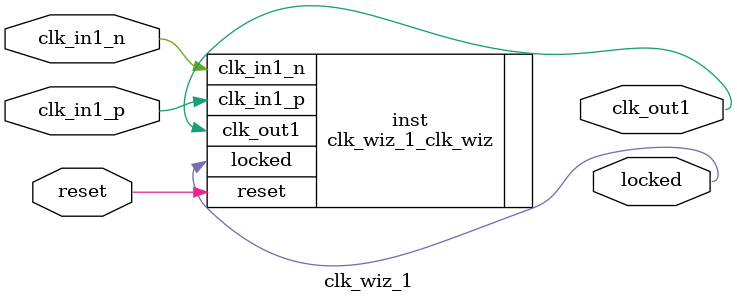
<source format=v>


`timescale 1ps/1ps

(* CORE_GENERATION_INFO = "clk_wiz_1,clk_wiz_v5_4_3_0,{component_name=clk_wiz_1,use_phase_alignment=true,use_min_o_jitter=false,use_max_i_jitter=false,use_dyn_phase_shift=false,use_inclk_switchover=false,use_dyn_reconfig=false,enable_axi=0,feedback_source=FDBK_AUTO,PRIMITIVE=MMCM,num_out_clk=1,clkin1_period=5.000,clkin2_period=10.0,use_power_down=false,use_reset=true,use_locked=true,use_inclk_stopped=false,feedback_type=SINGLE,CLOCK_MGR_TYPE=NA,manual_override=false}" *)

module clk_wiz_1 
 (
  // Clock out ports
  output        clk_out1,
  // Status and control signals
  input         reset,
  output        locked,
 // Clock in ports
  input         clk_in1_p,
  input         clk_in1_n
 );

  clk_wiz_1_clk_wiz inst
  (
  // Clock out ports  
  .clk_out1(clk_out1),
  // Status and control signals               
  .reset(reset), 
  .locked(locked),
 // Clock in ports
  .clk_in1_p(clk_in1_p),
  .clk_in1_n(clk_in1_n)
  );

endmodule

</source>
